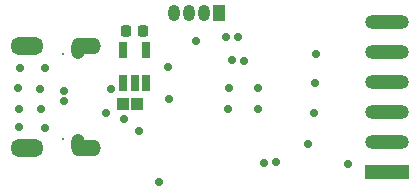
<source format=gbr>
G04*
G04 #@! TF.GenerationSoftware,Altium Limited,Altium Designer,23.1.1 (15)*
G04*
G04 Layer_Color=16711935*
%FSLAX25Y25*%
%MOIN*%
G70*
G04*
G04 #@! TF.SameCoordinates,1495F0C7-D67D-4403-963C-54D1E027F531*
G04*
G04*
G04 #@! TF.FilePolarity,Negative*
G04*
G01*
G75*
%ADD30O,0.14580X0.04816*%
%ADD31R,0.14580X0.04816*%
%ADD40O,0.09855X0.05524*%
%ADD41O,0.04737X0.06706*%
%ADD42C,0.00800*%
%ADD43O,0.11036X0.05918*%
%ADD44O,0.03950X0.05524*%
%ADD45R,0.03950X0.05524*%
%ADD46C,0.02800*%
%ADD59R,0.04147X0.04147*%
G04:AMPARAMS|DCode=60|XSize=37.92mil|YSize=34mil|CornerRadius=7.25mil|HoleSize=0mil|Usage=FLASHONLY|Rotation=270.000|XOffset=0mil|YOffset=0mil|HoleType=Round|Shape=RoundedRectangle|*
%AMROUNDEDRECTD60*
21,1,0.03792,0.01950,0,0,270.0*
21,1,0.02342,0.03400,0,0,270.0*
1,1,0.01450,-0.00975,-0.01171*
1,1,0.01450,-0.00975,0.01171*
1,1,0.01450,0.00975,0.01171*
1,1,0.01450,0.00975,-0.01171*
%
%ADD60ROUNDEDRECTD60*%
%ADD61R,0.02769X0.05524*%
D30*
X500500Y344000D02*
D03*
Y324000D02*
D03*
Y314000D02*
D03*
Y334000D02*
D03*
Y354000D02*
D03*
D31*
Y304000D02*
D03*
D40*
X400374Y346008D02*
D03*
Y311992D02*
D03*
D41*
X397815Y313173D02*
D03*
Y344827D02*
D03*
D42*
X392500Y343173D02*
D03*
X392756Y314827D02*
D03*
D43*
X380492Y346008D02*
D03*
Y311992D02*
D03*
D44*
X429500Y357000D02*
D03*
X434500D02*
D03*
X439500D02*
D03*
D45*
X444500D02*
D03*
D46*
X474406Y313144D02*
D03*
X463800Y307100D02*
D03*
X487500Y306500D02*
D03*
X437000Y347500D02*
D03*
X476300Y323600D02*
D03*
X453000Y340800D02*
D03*
X457700Y325000D02*
D03*
X447700D02*
D03*
X457700Y332000D02*
D03*
X447900Y331900D02*
D03*
X386557Y318654D02*
D03*
X377957Y318854D02*
D03*
X385157Y324854D02*
D03*
X378057Y324954D02*
D03*
X384857Y331654D02*
D03*
X377757Y331954D02*
D03*
X386500Y338600D02*
D03*
X378157Y338554D02*
D03*
X476800Y333500D02*
D03*
X477000Y343400D02*
D03*
X451014Y349006D02*
D03*
X413000Y321700D02*
D03*
X459600Y306900D02*
D03*
X424700Y300500D02*
D03*
X449047Y341187D02*
D03*
X447079Y348903D02*
D03*
X427900Y328400D02*
D03*
X427700Y339000D02*
D03*
X418000Y317500D02*
D03*
X393000Y327500D02*
D03*
Y331000D02*
D03*
X408500Y331500D02*
D03*
X407000Y323500D02*
D03*
D59*
X417264Y326500D02*
D03*
X412736D02*
D03*
D60*
X413744Y351000D02*
D03*
X419256D02*
D03*
D61*
X412760Y333488D02*
D03*
X420240D02*
D03*
X416500D02*
D03*
X420240Y344512D02*
D03*
X412760D02*
D03*
M02*

</source>
